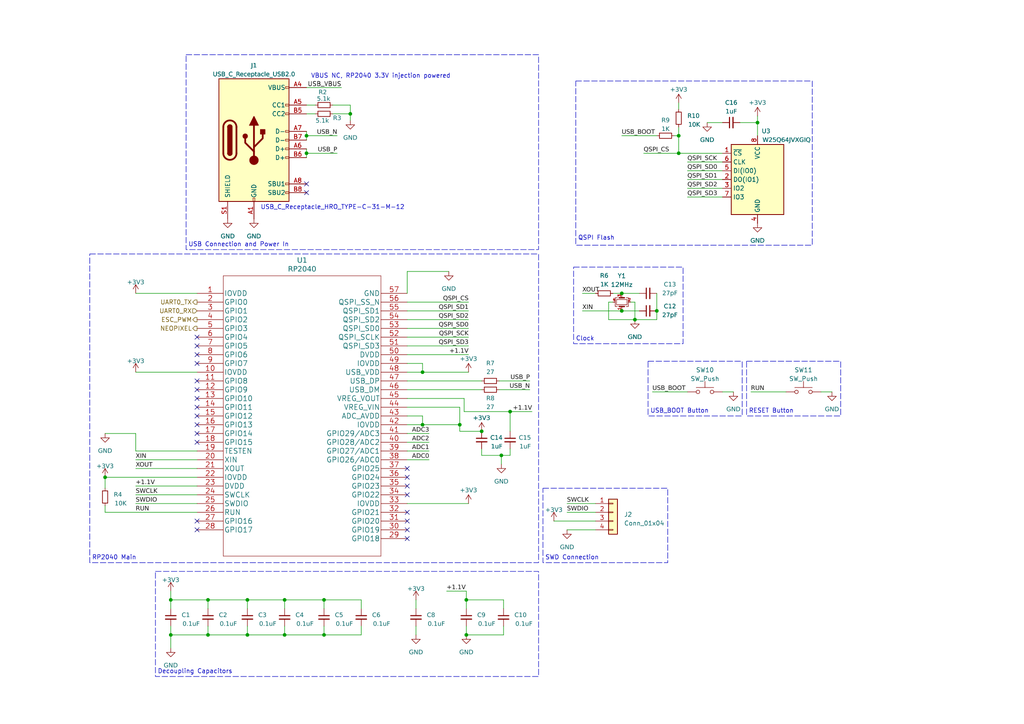
<source format=kicad_sch>
(kicad_sch (version 20230409) (generator eeschema)
  (paper "A4")
  (lib_symbols
    (symbol "2022-10-24_20-36-00:RP2040" (pin_names (offset 0.254))
      (property "Reference" "U" (at 30.48 10.16 0))
      (property "Value" "RP2040" (at 30.48 7.62 0))
      (symbol "RP2040_1_1"
        (polyline (pts (xy 7.62 -76.2) (xy 53.34 -76.2)) (stroke (width 0.127)))
        (polyline (pts (xy 7.62 5.08) (xy 7.62 -76.2)) (stroke (width 0.127)))
        (polyline (pts (xy 53.34 -76.2) (xy 53.34 5.08)) (stroke (width 0.127)))
        (polyline (pts (xy 53.34 5.08) (xy 7.62 5.08)) (stroke (width 0.127)))
        (pin power_in line (at 0 0 0) (length 7.62) (name "IOVDD") (number "1"))
        (pin power_in line (at 0 -22.86 0) (length 7.62) (name "IOVDD") (number "10"))
        (pin bidirectional line (at 0 -25.4 0) (length 7.62) (name "GPIO8") (number "11"))
        (pin bidirectional line (at 0 -27.94 0) (length 7.62) (name "GPIO9") (number "12"))
        (pin bidirectional line (at 0 -30.48 0) (length 7.62) (name "GPIO10") (number "13"))
        (pin bidirectional line (at 0 -33.02 0) (length 7.62) (name "GPIO11") (number "14"))
        (pin bidirectional line (at 0 -35.56 0) (length 7.62) (name "GPIO12") (number "15"))
        (pin bidirectional line (at 0 -38.1 0) (length 7.62) (name "GPIO13") (number "16"))
        (pin bidirectional line (at 0 -40.64 0) (length 7.62) (name "GPIO14") (number "17"))
        (pin bidirectional line (at 0 -43.18 0) (length 7.62) (name "GPIO15") (number "18"))
        (pin unspecified line (at 0 -45.72 0) (length 7.62) (name "TESTEN") (number "19"))
        (pin bidirectional line (at 0 -2.54 0) (length 7.62) (name "GPIO0") (number "2"))
        (pin unspecified line (at 0 -48.26 0) (length 7.62) (name "XIN") (number "20"))
        (pin output line (at 0 -50.8 0) (length 7.62) (name "XOUT") (number "21"))
        (pin power_in line (at 0 -53.34 0) (length 7.62) (name "IOVDD") (number "22"))
        (pin power_in line (at 0 -55.88 0) (length 7.62) (name "DVDD") (number "23"))
        (pin unspecified line (at 0 -58.42 0) (length 7.62) (name "SWCLK") (number "24"))
        (pin unspecified line (at 0 -60.96 0) (length 7.62) (name "SWDIO") (number "25"))
        (pin unspecified line (at 0 -63.5 0) (length 7.62) (name "RUN") (number "26"))
        (pin bidirectional line (at 0 -66.04 0) (length 7.62) (name "GPIO16") (number "27"))
        (pin bidirectional line (at 0 -68.58 0) (length 7.62) (name "GPIO17") (number "28"))
        (pin bidirectional line (at 60.96 -71.12 180) (length 7.62) (name "GPIO18") (number "29"))
        (pin bidirectional line (at 0 -5.08 0) (length 7.62) (name "GPIO1") (number "3"))
        (pin bidirectional line (at 60.96 -68.58 180) (length 7.62) (name "GPIO19") (number "30"))
        (pin bidirectional line (at 60.96 -66.04 180) (length 7.62) (name "GPIO20") (number "31"))
        (pin bidirectional line (at 60.96 -63.5 180) (length 7.62) (name "GPIO21") (number "32"))
        (pin power_in line (at 60.96 -60.96 180) (length 7.62) (name "IOVDD") (number "33"))
        (pin bidirectional line (at 60.96 -58.42 180) (length 7.62) (name "GPIO22") (number "34"))
        (pin bidirectional line (at 60.96 -55.88 180) (length 7.62) (name "GPIO23") (number "35"))
        (pin bidirectional line (at 60.96 -53.34 180) (length 7.62) (name "GPIO24") (number "36"))
        (pin bidirectional line (at 60.96 -50.8 180) (length 7.62) (name "GPIO25") (number "37"))
        (pin bidirectional line (at 60.96 -48.26 180) (length 7.62) (name "GPIO26/ADC0") (number "38"))
        (pin bidirectional line (at 60.96 -45.72 180) (length 7.62) (name "GPIO27/ADC1") (number "39"))
        (pin bidirectional line (at 0 -7.62 0) (length 7.62) (name "GPIO2") (number "4"))
        (pin bidirectional line (at 60.96 -43.18 180) (length 7.62) (name "GPIO28/ADC2") (number "40"))
        (pin bidirectional line (at 60.96 -40.64 180) (length 7.62) (name "GPIO29/ADC3") (number "41"))
        (pin power_in line (at 60.96 -38.1 180) (length 7.62) (name "IOVDD") (number "42"))
        (pin power_in line (at 60.96 -35.56 180) (length 7.62) (name "ADC_AVDD") (number "43"))
        (pin unspecified line (at 60.96 -33.02 180) (length 7.62) (name "VREG_VIN") (number "44"))
        (pin output line (at 60.96 -30.48 180) (length 7.62) (name "VREG_VOUT") (number "45"))
        (pin unspecified line (at 60.96 -27.94 180) (length 7.62) (name "USB_DM") (number "46"))
        (pin unspecified line (at 60.96 -25.4 180) (length 7.62) (name "USB_DP") (number "47"))
        (pin power_in line (at 60.96 -22.86 180) (length 7.62) (name "USB_VDD") (number "48"))
        (pin power_in line (at 60.96 -20.32 180) (length 7.62) (name "IOVDD") (number "49"))
        (pin bidirectional line (at 0 -10.16 0) (length 7.62) (name "GPIO3") (number "5"))
        (pin power_in line (at 60.96 -17.78 180) (length 7.62) (name "DVDD") (number "50"))
        (pin bidirectional line (at 60.96 -15.24 180) (length 7.62) (name "QSPI_SD3") (number "51"))
        (pin unspecified line (at 60.96 -12.7 180) (length 7.62) (name "QSPI_SCLK") (number "52"))
        (pin bidirectional line (at 60.96 -10.16 180) (length 7.62) (name "QSPI_SD0") (number "53"))
        (pin bidirectional line (at 60.96 -7.62 180) (length 7.62) (name "QSPI_SD2") (number "54"))
        (pin bidirectional line (at 60.96 -5.08 180) (length 7.62) (name "QSPI_SD1") (number "55"))
        (pin unspecified line (at 60.96 -2.54 180) (length 7.62) (name "QSPI_SS_N") (number "56"))
        (pin power_in line (at 60.96 0 180) (length 7.62) (name "GND") (number "57"))
        (pin bidirectional line (at 0 -12.7 0) (length 7.62) (name "GPIO4") (number "6"))
        (pin bidirectional line (at 0 -15.24 0) (length 7.62) (name "GPIO5") (number "7"))
        (pin bidirectional line (at 0 -17.78 0) (length 7.62) (name "GPIO6") (number "8"))
        (pin bidirectional line (at 0 -20.32 0) (length 7.62) (name "GPIO7") (number "9"))
      )
    )
    (symbol "Connector:USB_C_Receptacle_USB2.0" (pin_names (offset 1.016))
      (property "Reference" "J" (at -10.16 19.05 0))
      (property "Value" "USB_C_Receptacle_USB2.0" (at 19.05 19.05 0))
      (symbol "USB_C_Receptacle_USB2.0_0_0"
        (rectangle (start -0.254 -17.78) (end 0.254 -16.764))
        (rectangle (start 10.16 -14.986) (end 9.144 -15.494))
        (rectangle (start 10.16 -12.446) (end 9.144 -12.954))
        (rectangle (start 10.16 -4.826) (end 9.144 -5.334))
        (rectangle (start 10.16 -2.286) (end 9.144 -2.794))
        (rectangle (start 10.16 0.254) (end 9.144 -0.254))
        (rectangle (start 10.16 2.794) (end 9.144 2.286))
        (rectangle (start 10.16 7.874) (end 9.144 7.366))
        (rectangle (start 10.16 10.414) (end 9.144 9.906))
        (rectangle (start 10.16 15.494) (end 9.144 14.986))
      )
      (symbol "USB_C_Receptacle_USB2.0_0_1"
        (rectangle (start -10.16 17.78) (end 10.16 -17.78) (stroke (width 0.254)) (fill (type background)))
        (arc (start -8.89 -3.81) (mid -6.985 -5.7067) (end -5.08 -3.81) (stroke (width 0.508)))
        (arc (start -7.62 -3.81) (mid -6.985 -4.4423) (end -6.35 -3.81) (stroke (width 0.254)))
        (arc (start -7.62 -3.81) (mid -6.985 -4.4423) (end -6.35 -3.81) (stroke (width 0.254)) (fill (type outline)))
        (rectangle (start -7.62 -3.81) (end -6.35 3.81) (stroke (width 0.254)) (fill (type outline)))
        (arc (start -6.35 3.81) (mid -6.985 4.4423) (end -7.62 3.81) (stroke (width 0.254)))
        (arc (start -6.35 3.81) (mid -6.985 4.4423) (end -7.62 3.81) (stroke (width 0.254)) (fill (type outline)))
        (arc (start -5.08 3.81) (mid -6.985 5.7067) (end -8.89 3.81) (stroke (width 0.508)))
        (circle (center -2.54 1.143) (radius 0.635) (stroke (width 0.254)) (fill (type outline)))
        (circle (center 0 -5.842) (radius 1.27) (fill (type outline)))
        (polyline (pts (xy -8.89 -3.81) (xy -8.89 3.81)) (stroke (width 0.508)))
        (polyline (pts (xy -5.08 3.81) (xy -5.08 -3.81)) (stroke (width 0.508)))
        (polyline (pts (xy 0 -5.842) (xy 0 4.318)) (stroke (width 0.508)))
        (polyline (pts (xy 0 -3.302) (xy -2.54 -0.762) (xy -2.54 0.508)) (stroke (width 0.508)))
        (polyline (pts (xy 0 -2.032) (xy 2.54 0.508) (xy 2.54 1.778)) (stroke (width 0.508)))
        (polyline (pts (xy -1.27 4.318) (xy 0 6.858) (xy 1.27 4.318) (xy -1.27 4.318)) (stroke (width 0.254)) (fill (type outline)))
        (rectangle (start 1.905 1.778) (end 3.175 3.048) (stroke (width 0.254)) (fill (type outline)))
      )
      (symbol "USB_C_Receptacle_USB2.0_1_1"
        (pin passive line (at 0 -22.86 90) (length 5.08) (name "GND") (number "A1"))
        (pin passive line (at 0 -22.86 90) (length 5.08) hide (name "GND") (number "A12"))
        (pin passive line (at 15.24 15.24 180) (length 5.08) (name "VBUS") (number "A4"))
        (pin bidirectional line (at 15.24 10.16 180) (length 5.08) (name "CC1") (number "A5"))
        (pin bidirectional line (at 15.24 -2.54 180) (length 5.08) (name "D+") (number "A6"))
        (pin bidirectional line (at 15.24 2.54 180) (length 5.08) (name "D-") (number "A7"))
        (pin bidirectional line (at 15.24 -12.7 180) (length 5.08) (name "SBU1") (number "A8"))
        (pin passive line (at 15.24 15.24 180) (length 5.08) hide (name "VBUS") (number "A9"))
        (pin passive line (at 0 -22.86 90) (length 5.08) hide (name "GND") (number "B1"))
        (pin passive line (at 0 -22.86 90) (length 5.08) hide (name "GND") (number "B12"))
        (pin passive line (at 15.24 15.24 180) (length 5.08) hide (name "VBUS") (number "B4"))
        (pin bidirectional line (at 15.24 7.62 180) (length 5.08) (name "CC2") (number "B5"))
        (pin bidirectional line (at 15.24 -5.08 180) (length 5.08) (name "D+") (number "B6"))
        (pin bidirectional line (at 15.24 0 180) (length 5.08) (name "D-") (number "B7"))
        (pin bidirectional line (at 15.24 -15.24 180) (length 5.08) (name "SBU2") (number "B8"))
        (pin passive line (at 15.24 15.24 180) (length 5.08) hide (name "VBUS") (number "B9"))
        (pin passive line (at -7.62 -22.86 90) (length 5.08) (name "SHIELD") (number "S1"))
      )
    )
    (symbol "Connector_Generic:Conn_01x04" (pin_names (offset 1.016) hide)
      (property "Reference" "J" (at 0 5.08 0))
      (property "Value" "Conn_01x04" (at 0 -7.62 0))
      (symbol "Conn_01x04_1_1"
        (rectangle (start -1.27 -4.953) (end 0 -5.207) (stroke (width 0.1524)))
        (rectangle (start -1.27 -2.413) (end 0 -2.667) (stroke (width 0.1524)))
        (rectangle (start -1.27 0.127) (end 0 -0.127) (stroke (width 0.1524)))
        (rectangle (start -1.27 2.667) (end 0 2.413) (stroke (width 0.1524)))
        (rectangle (start -1.27 3.81) (end 1.27 -6.35) (stroke (width 0.254)) (fill (type background)))
        (pin passive line (at -5.08 2.54 0) (length 3.81) (name "Pin_1") (number "1"))
        (pin passive line (at -5.08 0 0) (length 3.81) (name "Pin_2") (number "2"))
        (pin passive line (at -5.08 -2.54 0) (length 3.81) (name "Pin_3") (number "3"))
        (pin passive line (at -5.08 -5.08 0) (length 3.81) (name "Pin_4") (number "4"))
      )
    )
    (symbol "Device:C_Small" (pin_numbers hide) (pin_names (offset 0.254) hide)
      (property "Reference" "C" (at 0.254 1.778 0))
      (property "Value" "C_Small" (at 0.254 -2.032 0))
      (symbol "C_Small_0_1"
        (polyline (pts (xy -1.524 -0.508) (xy 1.524 -0.508)) (stroke (width 0.3302)))
        (polyline (pts (xy -1.524 0.508) (xy 1.524 0.508)) (stroke (width 0.3048)))
      )
      (symbol "C_Small_1_1"
        (pin passive line (at 0 2.54 270) (length 2.032) (name "~") (number "1"))
        (pin passive line (at 0 -2.54 90) (length 2.032) (name "~") (number "2"))
      )
    )
    (symbol "Device:Crystal_GND24_Small" (pin_names (offset 1.016) hide)
      (property "Reference" "Y" (at 1.27 4.445 0))
      (property "Value" "Crystal_GND24_Small" (at 1.27 2.54 0))
      (symbol "Crystal_GND24_Small_0_1"
        (rectangle (start -0.762 -1.524) (end 0.762 1.524))
        (polyline (pts (xy -1.27 -0.762) (xy -1.27 0.762)) (stroke (width 0.381)))
        (polyline (pts (xy 1.27 -0.762) (xy 1.27 0.762)) (stroke (width 0.381)))
        (polyline (pts (xy -1.27 -1.27) (xy -1.27 -1.905) (xy 1.27 -1.905) (xy 1.27 -1.27)))
        (polyline (pts (xy -1.27 1.27) (xy -1.27 1.905) (xy 1.27 1.905) (xy 1.27 1.27)))
      )
      (symbol "Crystal_GND24_Small_1_1"
        (pin passive line (at -2.54 0 0) (length 1.27) (name "1") (number "1"))
        (pin passive line (at 0 -2.54 90) (length 0.635) (name "2") (number "2"))
        (pin passive line (at 2.54 0 180) (length 1.27) (name "3") (number "3"))
        (pin passive line (at 0 2.54 270) (length 0.635) (name "4") (number "4"))
      )
    )
    (symbol "Device:R_Small" (pin_numbers hide) (pin_names (offset 0.254) hide)
      (property "Reference" "R" (at 0.762 0.508 0))
      (property "Value" "R_Small" (at 0.762 -1.016 0))
      (symbol "R_Small_0_1"
        (rectangle (start -0.762 1.778) (end 0.762 -1.778) (stroke (width 0.2032)))
      )
      (symbol "R_Small_1_1"
        (pin passive line (at 0 2.54 270) (length 0.762) (name "~") (number "1"))
        (pin passive line (at 0 -2.54 90) (length 0.762) (name "~") (number "2"))
      )
    )
    (symbol "Memory_Flash:W25Q32JVSS"
      (property "Reference" "U" (at -6.35 11.43 0))
      (property "Value" "W25Q32JVSS" (at 7.62 11.43 0))
      (symbol "W25Q32JVSS_0_1"
        (rectangle (start -7.62 10.16) (end 7.62 -10.16) (stroke (width 0.254)) (fill (type background)))
      )
      (symbol "W25Q32JVSS_1_1"
        (pin input line (at -10.16 7.62 0) (length 2.54) (name "~{CS}") (number "1"))
        (pin bidirectional line (at -10.16 0 0) (length 2.54) (name "DO(IO1)") (number "2"))
        (pin bidirectional line (at -10.16 -2.54 0) (length 2.54) (name "IO2") (number "3"))
        (pin power_in line (at 0 -12.7 90) (length 2.54) (name "GND") (number "4"))
        (pin bidirectional line (at -10.16 2.54 0) (length 2.54) (name "DI(IO0)") (number "5"))
        (pin input line (at -10.16 5.08 0) (length 2.54) (name "CLK") (number "6"))
        (pin bidirectional line (at -10.16 -5.08 0) (length 2.54) (name "IO3") (number "7"))
        (pin power_in line (at 0 12.7 270) (length 2.54) (name "VCC") (number "8"))
      )
    )
    (symbol "PCM_4ms_Power-symbol:GND" (power) (pin_names (offset 0))
      (property "Value" "GND" (at 0 -3.81 0))
      (symbol "GND_0_1"
        (polyline (pts (xy 0 0) (xy 0 -1.27) (xy 1.27 -1.27) (xy 0 -2.54) (xy -1.27 -1.27) (xy 0 -1.27)))
      )
      (symbol "GND_1_1"
        (pin power_in line (at 0 0 270) (length 0) hide (name "GND") (number "1"))
      )
    )
    (symbol "Switch:SW_Push" (pin_numbers hide) (pin_names (offset 1.016) hide)
      (property "Reference" "SW" (at 1.27 2.54 0))
      (property "Value" "SW_Push" (at 0 -1.524 0))
      (symbol "SW_Push_0_1"
        (circle (center -2.032 0) (radius 0.508))
        (polyline (pts (xy 0 1.27) (xy 0 3.048)))
        (polyline (pts (xy 2.54 1.27) (xy -2.54 1.27)))
        (circle (center 2.032 0) (radius 0.508))
        (pin passive line (at -5.08 0 0) (length 2.54) (name "1") (number "1"))
        (pin passive line (at 5.08 0 180) (length 2.54) (name "2") (number "2"))
      )
    )
    (symbol "power:+3.3V" (power) (pin_names (offset 0))
      (property "Value" "+3.3V" (at 0 3.556 0))
      (symbol "+3.3V_0_1"
        (polyline (pts (xy -0.762 1.27) (xy 0 2.54)))
        (polyline (pts (xy 0 0) (xy 0 2.54)))
        (polyline (pts (xy 0 2.54) (xy 0.762 1.27)))
      )
      (symbol "+3.3V_1_1"
        (pin power_in line (at 0 0 90) (length 0) hide (name "+3.3V") (number "1"))
      )
    )
    (symbol "power:GND" (power) (pin_names (offset 0))
      (property "Value" "GND" (at 0 -3.81 0))
      (symbol "GND_0_1"
        (polyline (pts (xy 0 0) (xy 0 -1.27) (xy 1.27 -1.27) (xy 0 -2.54) (xy -1.27 -1.27) (xy 0 -1.27)))
      )
      (symbol "GND_1_1"
        (pin power_in line (at 0 0 270) (length 0) hide (name "GND") (number "1"))
      )
    )
  )
  (junction (at 82.55 173.99))
  (junction (at 101.6 33.02))
  (junction (at 196.85 39.37))
  (junction (at 49.53 184.15))
  (junction (at 139.7 125.095))
  (junction (at 93.98 173.99))
  (junction (at 88.9 39.37))
  (junction (at 88.9 44.45))
  (junction (at 82.55 184.15))
  (junction (at 190.5 90.17))
  (junction (at 71.755 184.15))
  (junction (at 196.85 44.45))
  (junction (at 71.755 173.99))
  (junction (at 122.555 123.19))
  (junction (at 30.48 138.43))
  (junction (at 180.34 90.17))
  (junction (at 219.71 35.56))
  (junction (at 135.255 184.15))
  (junction (at 184.15 92.71))
  (junction (at 60.325 184.15))
  (junction (at 133.35 123.19))
  (junction (at 60.325 173.99))
  (junction (at 147.955 119.38))
  (junction (at 122.555 107.95))
  (junction (at 135.255 173.99))
  (junction (at 49.53 173.99))
  (junction (at 93.98 184.15))
  (junction (at 145.415 132.08))
  (junction (at 180.34 85.09))
  (no_connect (at 118.11 148.59))
  (no_connect (at 57.15 120.65))
  (no_connect (at 118.11 143.51))
  (no_connect (at 118.11 140.97))
  (no_connect (at 57.15 128.27))
  (no_connect (at 88.9 53.34))
  (no_connect (at 118.11 138.43))
  (no_connect (at 57.15 105.41))
  (no_connect (at 57.15 118.11))
  (no_connect (at 57.15 113.03))
  (no_connect (at 118.11 156.21))
  (no_connect (at 57.15 115.57))
  (no_connect (at 88.9 55.88))
  (no_connect (at 118.11 151.13))
  (no_connect (at 57.15 100.33))
  (no_connect (at 57.15 125.73))
  (no_connect (at 118.11 153.67))
  (no_connect (at 57.15 110.49))
  (no_connect (at 57.15 151.13))
  (no_connect (at 57.15 97.79))
  (no_connect (at 57.15 123.19))
  (no_connect (at 57.15 102.87))
  (no_connect (at 57.15 153.67))
  (no_connect (at 118.11 135.89))
  (wire (pts (xy 147.955 132.08) (xy 147.955 130.175)))
  (wire (pts (xy 134.62 119.38) (xy 147.955 119.38)))
  (wire (pts (xy 88.9 39.37) (xy 97.79 39.37)))
  (wire (pts (xy 93.98 173.99) (xy 104.775 173.99)))
  (wire (pts (xy 180.34 39.37) (xy 190.5 39.37)))
  (wire (pts (xy 82.55 181.61) (xy 82.55 184.15)))
  (wire (pts (xy 180.34 90.17) (xy 185.42 90.17)))
  (wire (pts (xy 168.91 85.09) (xy 172.72 85.09)))
  (wire (pts (xy 82.55 173.99) (xy 82.55 176.53)))
  (wire (pts (xy 145.415 132.08) (xy 147.955 132.08)))
  (wire (pts (xy 135.255 184.15) (xy 146.05 184.15)))
  (wire (pts (xy 39.37 140.97) (xy 57.15 140.97)))
  (wire (pts (xy 88.9 30.48) (xy 91.44 30.48)))
  (wire (pts (xy 39.37 143.51) (xy 57.15 143.51)))
  (wire (pts (xy 135.255 173.99) (xy 146.05 173.99)))
  (wire (pts (xy 49.53 171.45) (xy 49.53 173.99)))
  (wire (pts (xy 71.755 181.61) (xy 71.755 184.15)))
  (wire (pts (xy 39.37 130.81) (xy 39.37 125.73)))
  (wire (pts (xy 135.89 146.05) (xy 118.11 146.05)))
  (wire (pts (xy 118.11 120.65) (xy 122.555 120.65)))
  (wire (pts (xy 199.39 52.07) (xy 209.55 52.07)))
  (wire (pts (xy 118.11 115.57) (xy 134.62 115.57)))
  (wire (pts (xy 144.78 113.03) (xy 153.67 113.03)))
  (wire (pts (xy 60.325 173.99) (xy 60.325 176.53)))
  (wire (pts (xy 88.9 38.1) (xy 88.9 39.37)))
  (wire (pts (xy 122.555 120.65) (xy 122.555 123.19)))
  (wire (pts (xy 196.85 44.45) (xy 209.55 44.45)))
  (wire (pts (xy 60.325 181.61) (xy 60.325 184.15)))
  (wire (pts (xy 120.65 173.99) (xy 120.65 176.53)))
  (wire (pts (xy 122.555 105.41) (xy 122.555 107.95)))
  (wire (pts (xy 101.6 30.48) (xy 101.6 33.02)))
  (wire (pts (xy 190.5 92.71) (xy 190.5 90.17)))
  (wire (pts (xy 122.555 123.19) (xy 133.35 123.19)))
  (wire (pts (xy 122.555 107.95) (xy 118.11 107.95)))
  (wire (pts (xy 199.39 57.15) (xy 209.55 57.15)))
  (wire (pts (xy 88.9 43.18) (xy 88.9 44.45)))
  (wire (pts (xy 71.755 184.15) (xy 82.55 184.15)))
  (wire (pts (xy 182.88 87.63) (xy 184.15 87.63)))
  (wire (pts (xy 135.89 92.71) (xy 118.11 92.71)))
  (wire (pts (xy 57.15 130.81) (xy 39.37 130.81)))
  (wire (pts (xy 160.655 151.13) (xy 172.72 151.13)))
  (wire (pts (xy 104.775 173.99) (xy 104.775 176.53)))
  (wire (pts (xy 176.53 87.63) (xy 177.8 87.63)))
  (wire (pts (xy 133.35 118.11) (xy 133.35 123.19)))
  (wire (pts (xy 189.23 113.665) (xy 199.39 113.665)))
  (wire (pts (xy 133.35 125.095) (xy 139.7 125.095)))
  (wire (pts (xy 39.37 133.35) (xy 57.15 133.35)))
  (wire (pts (xy 30.48 146.685) (xy 30.48 148.59)))
  (wire (pts (xy 118.11 118.11) (xy 133.35 118.11)))
  (wire (pts (xy 135.89 95.25) (xy 118.11 95.25)))
  (wire (pts (xy 147.955 119.38) (xy 147.955 125.095)))
  (wire (pts (xy 88.9 44.45) (xy 97.79 44.45)))
  (wire (pts (xy 71.755 173.99) (xy 71.755 176.53)))
  (wire (pts (xy 129.54 171.45) (xy 135.255 171.45)))
  (wire (pts (xy 217.805 113.665) (xy 227.965 113.665)))
  (wire (pts (xy 190.5 85.09) (xy 190.5 90.17)))
  (wire (pts (xy 135.89 102.87) (xy 118.11 102.87)))
  (wire (pts (xy 164.465 148.59) (xy 172.72 148.59)))
  (wire (pts (xy 135.255 171.45) (xy 135.255 173.99)))
  (wire (pts (xy 39.37 125.73) (xy 30.48 125.73)))
  (wire (pts (xy 39.37 135.89) (xy 57.15 135.89)))
  (wire (pts (xy 39.37 107.95) (xy 57.15 107.95)))
  (wire (pts (xy 30.48 138.43) (xy 57.15 138.43)))
  (wire (pts (xy 205.105 35.56) (xy 209.55 35.56)))
  (wire (pts (xy 49.53 173.99) (xy 49.53 176.53)))
  (wire (pts (xy 71.755 173.99) (xy 82.55 173.99)))
  (wire (pts (xy 133.35 123.19) (xy 133.35 125.095)))
  (wire (pts (xy 209.55 113.665) (xy 212.725 113.665)))
  (wire (pts (xy 164.465 146.05) (xy 172.72 146.05)))
  (wire (pts (xy 145.415 132.08) (xy 145.415 134.62)))
  (wire (pts (xy 60.325 173.99) (xy 71.755 173.99)))
  (wire (pts (xy 39.37 85.09) (xy 57.15 85.09)))
  (wire (pts (xy 88.9 39.37) (xy 88.9 40.64)))
  (wire (pts (xy 135.255 173.99) (xy 135.255 176.53)))
  (wire (pts (xy 196.85 39.37) (xy 196.85 44.45)))
  (wire (pts (xy 49.53 181.61) (xy 49.53 184.15)))
  (wire (pts (xy 30.48 138.43) (xy 30.48 141.605)))
  (wire (pts (xy 144.78 110.49) (xy 153.67 110.49)))
  (wire (pts (xy 199.39 49.53) (xy 209.55 49.53)))
  (wire (pts (xy 96.52 33.02) (xy 101.6 33.02)))
  (wire (pts (xy 135.89 100.33) (xy 118.11 100.33)))
  (wire (pts (xy 135.89 87.63) (xy 118.11 87.63)))
  (wire (pts (xy 180.34 85.09) (xy 185.42 85.09)))
  (wire (pts (xy 30.48 148.59) (xy 57.15 148.59)))
  (wire (pts (xy 199.39 46.99) (xy 209.55 46.99)))
  (wire (pts (xy 93.98 173.99) (xy 93.98 176.53)))
  (wire (pts (xy 122.555 123.19) (xy 118.11 123.19)))
  (wire (pts (xy 134.62 115.57) (xy 134.62 119.38)))
  (wire (pts (xy 118.11 113.03) (xy 139.7 113.03)))
  (wire (pts (xy 214.63 35.56) (xy 219.71 35.56)))
  (wire (pts (xy 104.775 181.61) (xy 104.775 184.15)))
  (wire (pts (xy 88.9 33.02) (xy 91.44 33.02)))
  (wire (pts (xy 118.11 133.35) (xy 124.46 133.35)))
  (wire (pts (xy 39.37 146.05) (xy 57.15 146.05)))
  (wire (pts (xy 186.69 44.45) (xy 196.85 44.45)))
  (wire (pts (xy 168.91 90.17) (xy 180.34 90.17)))
  (wire (pts (xy 118.11 105.41) (xy 122.555 105.41)))
  (wire (pts (xy 196.85 29.845) (xy 196.85 31.75)))
  (wire (pts (xy 135.89 97.79) (xy 118.11 97.79)))
  (wire (pts (xy 146.05 173.99) (xy 146.05 176.53)))
  (wire (pts (xy 118.11 110.49) (xy 139.7 110.49)))
  (wire (pts (xy 118.11 78.74) (xy 118.11 85.09)))
  (wire (pts (xy 177.8 85.09) (xy 180.34 85.09)))
  (wire (pts (xy 130.175 78.74) (xy 118.11 78.74)))
  (wire (pts (xy 164.465 153.67) (xy 172.72 153.67)))
  (wire (pts (xy 49.53 184.15) (xy 49.53 187.96)))
  (wire (pts (xy 118.11 130.81) (xy 124.46 130.81)))
  (wire (pts (xy 219.71 35.56) (xy 219.71 33.655)))
  (wire (pts (xy 184.15 87.63) (xy 184.15 92.71)))
  (wire (pts (xy 184.15 92.71) (xy 190.5 92.71)))
  (wire (pts (xy 101.6 33.02) (xy 101.6 34.925)))
  (wire (pts (xy 135.255 181.61) (xy 135.255 184.15)))
  (wire (pts (xy 120.65 181.61) (xy 120.65 184.15)))
  (wire (pts (xy 49.53 173.99) (xy 60.325 173.99)))
  (wire (pts (xy 196.85 36.83) (xy 196.85 39.37)))
  (wire (pts (xy 88.9 25.4) (xy 99.06 25.4)))
  (wire (pts (xy 176.53 92.71) (xy 184.15 92.71)))
  (wire (pts (xy 199.39 54.61) (xy 209.55 54.61)))
  (wire (pts (xy 82.55 173.99) (xy 93.98 173.99)))
  (wire (pts (xy 93.98 184.15) (xy 104.775 184.15)))
  (wire (pts (xy 93.98 181.61) (xy 93.98 184.15)))
  (wire (pts (xy 118.11 128.27) (xy 124.46 128.27)))
  (wire (pts (xy 96.52 30.48) (xy 101.6 30.48)))
  (wire (pts (xy 195.58 39.37) (xy 196.85 39.37)))
  (wire (pts (xy 60.325 184.15) (xy 71.755 184.15)))
  (wire (pts (xy 82.55 184.15) (xy 93.98 184.15)))
  (wire (pts (xy 118.11 125.73) (xy 124.46 125.73)))
  (wire (pts (xy 176.53 87.63) (xy 176.53 92.71)))
  (wire (pts (xy 147.955 119.38) (xy 154.305 119.38)))
  (wire (pts (xy 146.05 184.15) (xy 146.05 181.61)))
  (wire (pts (xy 88.9 44.45) (xy 88.9 45.72)))
  (wire (pts (xy 135.89 107.95) (xy 122.555 107.95)))
  (wire (pts (xy 139.7 130.175) (xy 139.7 132.08)))
  (wire (pts (xy 238.125 113.665) (xy 241.3 113.665)))
  (wire (pts (xy 219.71 35.56) (xy 219.71 39.37)))
  (wire (pts (xy 139.7 132.08) (xy 145.415 132.08)))
  (wire (pts (xy 49.53 184.15) (xy 60.325 184.15)))
  (wire (pts (xy 135.89 90.17) (xy 118.11 90.17)))
  (rectangle (start 53.975 15.875) (end 156.21 72.39) (stroke (width 0) (type dash)))
  (rectangle (start 187.96 104.775) (end 215.265 120.65) (stroke (width 0) (type dash)))
  (rectangle (start 216.535 104.775) (end 243.84 120.65) (stroke (width 0) (type dash)))
  (rectangle (start 157.48 141.605) (end 193.675 163.195) (stroke (width 0) (type dash)))
  (rectangle (start 26.035 73.66) (end 156.21 163.195) (stroke (width 0) (type dash)))
  (rectangle (start 45.085 165.735) (end 156.21 196.215) (stroke (width 0) (type dash)))
  (rectangle (start 166.37 77.47) (end 198.12 99.695) (stroke (width 0) (type dash)))
  (rectangle (start 167.005 23.495) (end 235.585 71.12) (stroke (width 0) (type dash)))
  (text "Clock" (at 167.005 99.06 0) (effects (font (size 1.27 1.27)) (justify left bottom)))
  (text "USB Connection and Power In" (at 54.61 71.755 0) (effects (font (size 1.27 1.27)) (justify left bottom)))
  (text "RP2040 Main" (at 26.67 162.56 0) (effects (font (size 1.27 1.27)) (justify left bottom)))
  (text "RESET Button\n" (at 217.17 120.015 0) (effects (font (size 1.27 1.27)) (justify left bottom)))
  (text "USB_BOOT Button\n" (at 188.595 120.015 0) (effects (font (size 1.27 1.27)) (justify left bottom)))
  (text "QSPI Flash" (at 167.64 69.85 0) (effects (font (size 1.27 1.27)) (justify left bottom)))
  (text "SWD Connection" (at 158.115 162.56 0) (effects (font (size 1.27 1.27)) (justify left bottom)))
  (text "Decoupling Capacitors" (at 45.72 195.58 0) (effects (font (size 1.27 1.27)) (justify left bottom)))
  (text "USB_C_Receptacle_HRO_TYPE-C-31-M-12" (at 75.565 60.96 0) (effects (font (size 1.27 1.27)) (justify left bottom)))
  (text "VBUS NC, RP2040 3.3V injection powered" (at 90.17 22.86 0) (effects (font (size 1.27 1.27)) (justify left bottom)))
  (label "USB_P" (at 97.79 44.45 180))
  (label "+1.1V" (at 129.54 171.45 0))
  (label "USB_N" (at 153.67 113.03 180))
  (label "XIN" (at 39.37 133.35 0))
  (label "QSPI_SD1" (at 199.39 52.07 0))
  (label "USB_VBUS" (at 99.06 25.4 180))
  (label "QSPI_SCK" (at 135.89 97.79 180))
  (label "QSPI_SD3" (at 135.89 100.33 180))
  (label "QSPI_CS" (at 135.89 87.63 180))
  (label "QSPI_SD1" (at 135.89 90.17 180))
  (label "+1.1V" (at 39.37 140.97 0))
  (label "USB_BOOT" (at 180.34 39.37 0))
  (label "RUN" (at 217.805 113.665 0))
  (label "XOUT" (at 39.37 135.89 0))
  (label "XOUT" (at 168.91 85.09 0))
  (label "ADC2" (at 124.46 128.27 180))
  (label "QSPI_SCK" (at 199.39 46.99 0))
  (label "QSPI_SD0" (at 199.39 49.53 0))
  (label "ADC1" (at 124.46 130.81 180))
  (label "SWCLK" (at 39.37 143.51 0))
  (label "+1.1V" (at 135.89 102.87 180))
  (label "SWDIO" (at 164.465 148.59 0))
  (label "+1.1V" (at 154.305 119.38 180))
  (label "XIN" (at 168.91 90.17 0))
  (label "USB_P" (at 153.67 110.49 180))
  (label "SWDIO" (at 39.37 146.05 0))
  (label "ADC0" (at 124.46 133.35 180))
  (label "QSPI_SD3" (at 199.39 57.15 0))
  (label "QSPI_SD2" (at 199.39 54.61 0))
  (label "SWCLK" (at 164.465 146.05 0))
  (label "QSPI_SD0" (at 135.89 95.25 180))
  (label "USB_BOOT" (at 189.23 113.665 0))
  (label "QSPI_SD2" (at 135.89 92.71 180))
  (label "QSPI_CS" (at 186.69 44.45 0))
  (label "RUN" (at 39.37 148.59 0))
  (label "USB_N" (at 97.79 39.37 180))
  (label "ADC3" (at 124.46 125.73 180))
  (hierarchical_label "UART0_TX" (shape output) (at 57.15 87.63 180))
  (hierarchical_label "ESC_PWM" (shape output) (at 57.15 92.71 180))
  (hierarchical_label "NEOPIXEL" (shape output) (at 57.15 95.25 180))
  (hierarchical_label "UART0_RX" (shape input) (at 57.15 90.17 180))
  (symbol (lib_id "power:GND") (at 120.65 184.15 0) (unit 1)
    (property "Reference" "#PWR015" (effects hide))
    (property "Value" "GND" (at 120.65 189.23 0))
    (instances (project "rp2040_keyboard" (path "" (reference "#PWR015") (unit 1))) (project "rp2040_base" (path "" (reference "#PWR011") (unit 1))) (project "stesc" (path "" (reference "#PWR011") (unit 1)) (path "" (reference "#PWR011") (unit 1))))
  )
  (symbol (lib_id "PCM_4ms_Power-symbol:GND") (at 219.71 64.77 0) (unit 1)
    (property "Reference" "#PWR0102" (effects hide))
    (property "Value" "GND" (at 219.71 69.85 0))
    (instances (project "rp2040_keyboard" (path "" (reference "#PWR0102") (unit 1))) (project "rp2040_base" (path "" (reference "#PWR025") (unit 1))) (project "stesc" (path "" (reference "#PWR025") (unit 1)) (path "" (reference "#PWR025") (unit 1))))
  )
  (symbol (lib_id "Device:Crystal_GND24_Small") (at 180.34 87.63 90) (unit 1)
    (property "Reference" "Y1" (at 180.34 80.01 90))
    (property "Value" "12MHz" (at 180.34 82.55 90))
    (property "Footprint" "Crystal:Crystal_SMD_2016-4Pin_2.0x1.6mm" (effects hide))
  )
  (symbol (lib_id "Device:R_Small") (at 196.85 34.29 180) (unit 1)
    (property "Reference" "R10" (at 199.39 33.655 0) (effects (justify right)))
    (property "Value" "10K" (at 199.39 36.195 0) (effects (justify right)))
    (property "Footprint" "Resistor_SMD:R_0402_1005Metric" (effects hide))
    (instances (project "rp2040_keyboard" (path "" (reference "R10") (unit 1))) (project "rp2040_base" (path "" (reference "R8") (unit 1))) (project "stesc" (path "" (reference "R8") (unit 1)) (path "" (reference "R8") (unit 1))))
  )
  (symbol (lib_id "PCM_4ms_Power-symbol:GND") (at 205.105 35.56 0) (unit 1)
    (property "Reference" "#PWR027" (effects hide))
    (property "Value" "GND" (at 205.105 40.64 0))
    (instances (project "rp2040_keyboard" (path "" (reference "#PWR027") (unit 1))) (project "rp2040_base" (path "" (reference "#PWR023") (unit 1))) (project "stesc" (path "" (reference "#PWR023") (unit 1)) (path "" (reference "#PWR023") (unit 1))))
  )
  (symbol (lib_id "power:GND") (at 49.53 187.96 0) (unit 1)
    (property "Reference" "#PWR02" (effects hide))
    (property "Value" "GND" (at 49.53 193.04 0))
    (instances (project "rp2040_keyboard" (path "" (reference "#PWR02") (unit 1))) (project "rp2040_base" (path "" (reference "#PWR06") (unit 1))) (project "stesc" (path "" (reference "#PWR06") (unit 1)) (path "" (reference "#PWR06") (unit 1))))
  )
  (symbol (lib_id "PCM_4ms_Power-symbol:GND") (at 30.48 125.73 0) (unit 1)
    (property "Reference" "#PWR09" (effects hide))
    (property "Value" "GND" (at 30.48 130.81 0))
    (instances (project "rp2040_keyboard" (path "" (reference "#PWR09") (unit 1))) (project "rp2040_base" (path "" (reference "#PWR01") (unit 1))) (project "stesc" (path "" (reference "#PWR01") (unit 1)) (path "" (reference "#PWR01") (unit 1))))
  )
  (symbol (lib_id "Device:C_Small") (at 71.755 179.07 0) (unit 1)
    (property "Reference" "C3" (at 74.93 178.4413 0) (effects (justify left)))
    (property "Value" "0.1uF" (at 74.93 180.9813 0) (effects (justify left)))
    (property "Footprint" "Capacitor_SMD:C_0402_1005Metric" (effects hide))
  )
  (symbol (lib_id "power:+3.3V") (at 219.71 33.655 0) (unit 1)
    (property "Reference" "#PWR028" (effects hide))
    (property "Value" "+3V3" (at 219.71 29.845 0))
    (instances (project "rp2040_keyboard" (path "" (reference "#PWR028") (unit 1))) (project "rp2040_base" (path "" (reference "#PWR024") (unit 1))) (project "stesc" (path "" (reference "#PWR024") (unit 1)) (path "" (reference "#PWR024") (unit 1))))
  )
  (symbol (lib_id "PCM_4ms_Power-symbol:GND") (at 145.415 134.62 0) (unit 1)
    (property "Reference" "#PWR025" (effects hide))
    (property "Value" "GND" (at 145.415 139.7 0))
    (instances (project "rp2040_keyboard" (path "" (reference "#PWR025") (unit 1))) (project "rp2040_base" (path "" (reference "#PWR017") (unit 1))) (project "stesc" (path "" (reference "#PWR017") (unit 1)) (path "" (reference "#PWR017") (unit 1))))
  )
  (symbol (lib_id "power:GND") (at 164.465 153.67 0) (unit 1)
    (property "Reference" "#PWR04" (effects hide))
    (property "Value" "GND" (at 164.465 158.75 0))
    (instances (project "rp2040_keyboard" (path "" (reference "#PWR04") (unit 1))) (project "rp2040_base" (path "" (reference "#PWR019") (unit 1))) (project "stesc" (path "" (reference "#PWR019") (unit 1)) (path "" (reference "#PWR019") (unit 1))))
  )
  (symbol (lib_id "Device:R_Small") (at 142.24 110.49 90) (unit 1)
    (property "Reference" "R7" (at 142.24 105.41 90))
    (property "Value" "27" (at 142.24 107.95 90))
    (property "Footprint" "Resistor_SMD:R_0603_1608Metric" (effects hide))
    (instances (project "rp2040_keyboard" (path "" (reference "R7") (unit 1))) (project "rp2040_base" (path "" (reference "R4") (unit 1))) (project "stesc" (path "" (reference "R4") (unit 1)) (path "" (reference "R4") (unit 1))))
  )
  (symbol (lib_id "power:GND") (at 135.255 184.15 0) (unit 1)
    (property "Reference" "#PWR016" (effects hide))
    (property "Value" "GND" (at 135.255 189.23 0))
    (instances (project "rp2040_keyboard" (path "" (reference "#PWR016") (unit 1))) (project "rp2040_base" (path "" (reference "#PWR013") (unit 1))) (project "stesc" (path "" (reference "#PWR013") (unit 1)) (path "" (reference "#PWR013") (unit 1))))
  )
  (symbol (lib_id "Connector_Generic:Conn_01x04") (at 177.8 148.59 0) (unit 1)
    (property "Reference" "J2" (at 180.975 149.225 0) (effects (justify left)))
    (property "Value" "Conn_01x04" (at 180.975 151.765 0) (effects (justify left)))
    (property "Footprint" "Connector_PinHeader_2.54mm:PinHeader_1x04_P2.54mm_Vertical" (effects hide))
  )
  (symbol (lib_id "Device:C_Small") (at 135.255 179.07 0) (unit 1)
    (property "Reference" "C9" (at 138.43 178.4413 0) (effects (justify left)))
    (property "Value" "0.1uF" (at 138.43 180.9813 0) (effects (justify left)))
    (property "Footprint" "Capacitor_SMD:C_0402_1005Metric" (effects hide))
    (instances (project "rp2040_keyboard" (path "" (reference "C9") (unit 1))) (project "rp2040_base" (path "" (reference "C8") (unit 1))) (project "stesc" (path "" (reference "C8") (unit 1)) (path "" (reference "C8") (unit 1))))
  )
  (symbol (lib_id "Device:C_Small") (at 49.53 179.07 0) (unit 1)
    (property "Reference" "C1" (at 52.705 178.4413 0) (effects (justify left)))
    (property "Value" "0.1uF" (at 52.705 180.9813 0) (effects (justify left)))
    (property "Footprint" "Capacitor_SMD:C_0402_1005Metric" (effects hide))
  )
  (symbol (lib_id "power:GND") (at 101.6 34.925 0) (unit 1)
    (property "Reference" "#PWR08" (effects hide))
    (property "Value" "GND" (at 101.6 40.005 0))
    (instances (project "rp2040_keyboard" (path "" (reference "#PWR08") (unit 1))) (project "rp2040_base" (path "" (reference "#PWR09") (unit 1))) (project "stesc" (path "" (reference "#PWR09") (unit 1)) (path "" (reference "#PWR09") (unit 1))))
  )
  (symbol (lib_id "2022-10-24_20-36-00:RP2040") (at 57.15 85.09 0) (unit 1)
    (property "Reference" "U1" (at 87.63 75.565 0) (effects (font (size 1.524 1.524))))
    (property "Value" "RP2040" (at 87.63 78.105 0) (effects (font (size 1.524 1.524))))
    (property "Footprint" "Package_DFN_QFN:QFN-56-1EP_7x7mm_P0.4mm_EP3.2x3.2mm_ThermalVias" (effects hide))
  )
  (symbol (lib_id "power:GND") (at 73.66 63.5 0) (unit 1)
    (property "Reference" "#PWR07" (effects hide))
    (property "Value" "GND" (at 73.66 68.58 0))
    (instances (project "rp2040_keyboard" (path "" (reference "#PWR07") (unit 1))) (project "rp2040_base" (path "" (reference "#PWR08") (unit 1))) (project "stesc" (path "" (reference "#PWR08") (unit 1)) (path "" (reference "#PWR08") (unit 1))))
  )
  (symbol (lib_id "Connector:USB_C_Receptacle_USB2.0") (at 73.66 40.64 0) (unit 1)
    (property "Reference" "J1" (at 73.66 19.05 0))
    (property "Value" "USB_C_Receptacle_USB2.0" (at 73.66 21.59 0))
    (property "Footprint" "Connector_USB:USB_C_Receptacle_HRO_TYPE-C-31-M-12" (effects hide))
    (property "Datasheet" "https://www.usb.org/sites/default/files/documents/usb_type-c.zip" (effects hide))
  )
  (symbol (lib_id "Device:C_Small") (at 120.65 179.07 0) (unit 1)
    (property "Reference" "C8" (at 123.825 178.4413 0) (effects (justify left)))
    (property "Value" "0.1uF" (at 123.825 180.9813 0) (effects (justify left)))
    (property "Footprint" "Capacitor_SMD:C_0402_1005Metric" (effects hide))
    (instances (project "rp2040_keyboard" (path "" (reference "C8") (unit 1))) (project "rp2040_base" (path "" (reference "C7") (unit 1))) (project "stesc" (path "" (reference "C7") (unit 1)) (path "" (reference "C7") (unit 1))))
  )
  (symbol (lib_id "Device:R_Small") (at 142.24 113.03 270) (unit 1)
    (property "Reference" "R8" (at 142.24 115.57 90))
    (property "Value" "27" (at 142.24 118.11 90))
    (property "Footprint" "Resistor_SMD:R_0603_1608Metric" (effects hide))
    (instances (project "rp2040_keyboard" (path "" (reference "R8") (unit 1))) (project "rp2040_base" (path "" (reference "R5") (unit 1))) (project "stesc" (path "" (reference "R5") (unit 1)) (path "" (reference "R5") (unit 1))))
  )
  (symbol (lib_id "Device:C_Small") (at 60.325 179.07 0) (unit 1)
    (property "Reference" "C2" (at 63.5 178.4413 0) (effects (justify left)))
    (property "Value" "0.1uF" (at 63.5 180.9813 0) (effects (justify left)))
    (property "Footprint" "Capacitor_SMD:C_0402_1005Metric" (effects hide))
  )
  (symbol (lib_id "Device:C_Small") (at 82.55 179.07 0) (unit 1)
    (property "Reference" "C4" (at 85.725 178.4413 0) (effects (justify left)))
    (property "Value" "0.1uF" (at 85.725 180.9813 0) (effects (justify left)))
    (property "Footprint" "Capacitor_SMD:C_0402_1005Metric" (effects hide))
  )
  (symbol (lib_id "power:+3.3V") (at 135.89 107.95 0) (unit 1)
    (property "Reference" "#PWR022" (effects hide))
    (property "Value" "+3V3" (at 135.89 104.14 0))
    (instances (project "rp2040_keyboard" (path "" (reference "#PWR022") (unit 1))) (project "rp2040_base" (path "" (reference "#PWR014") (unit 1))) (project "stesc" (path "" (reference "#PWR014") (unit 1)) (path "" (reference "#PWR014") (unit 1))))
  )
  (symbol (lib_id "PCM_4ms_Power-symbol:GND") (at 241.3 113.665 0) (unit 1)
    (property "Reference" "#PWR029" (effects hide))
    (property "Value" "GND" (at 241.3 118.745 0))
    (instances (project "rp2040_keyboard" (path "" (reference "#PWR029") (unit 1))) (project "rp2040_base" (path "" (reference "#PWR026") (unit 1))) (project "stesc" (path "" (reference "#PWR026") (unit 1)) (path "" (reference "#PWR026") (unit 1))))
  )
  (symbol (lib_id "power:GND") (at 184.15 92.71 0) (unit 1)
    (property "Reference" "#PWR019" (effects hide))
    (property "Value" "GND" (at 184.15 97.79 0))
    (instances (project "rp2040_keyboard" (path "" (reference "#PWR019") (unit 1))) (project "rp2040_base" (path "" (reference "#PWR020") (unit 1))) (project "stesc" (path "" (reference "#PWR020") (unit 1)) (path "" (reference "#PWR020") (unit 1))))
  )
  (symbol (lib_id "power:+3.3V") (at 39.37 85.09 0) (unit 1)
    (property "Reference" "#PWR011" (effects hide))
    (property "Value" "+3V3" (at 39.37 81.915 0))
    (instances (project "rp2040_keyboard" (path "" (reference "#PWR011") (unit 1))) (project "rp2040_base" (path "" (reference "#PWR03") (unit 1))) (project "stesc" (path "" (reference "#PWR03") (unit 1)) (path "" (reference "#PWR03") (unit 1))))
  )
  (symbol (lib_id "Device:R_Small") (at 93.98 30.48 90) (unit 1)
    (property "Reference" "R2" (at 93.599 26.797 90))
    (property "Value" "5.1k" (at 93.853 28.702 90))
    (property "Footprint" "Resistor_SMD:R_0402_1005Metric" (effects hide))
  )
  (symbol (lib_id "PCM_4ms_Power-symbol:GND") (at 130.175 78.74 0) (unit 1)
    (property "Reference" "#PWR021" (effects hide))
    (property "Value" "GND" (at 130.175 83.82 0))
    (instances (project "rp2040_keyboard" (path "" (reference "#PWR021") (unit 1))) (project "rp2040_base" (path "" (reference "#PWR012") (unit 1))) (project "stesc" (path "" (reference "#PWR012") (unit 1)) (path "" (reference "#PWR012") (unit 1))))
  )
  (symbol (lib_id "power:+3.3V") (at 49.53 171.45 0) (unit 1)
    (property "Reference" "#PWR01" (effects hide))
    (property "Value" "+3V3" (at 49.53 168.275 0))
    (instances (project "rp2040_keyboard" (path "" (reference "#PWR01") (unit 1))) (project "rp2040_base" (path "" (reference "#PWR05") (unit 1))) (project "stesc" (path "" (reference "#PWR05") (unit 1)) (path "" (reference "#PWR05") (unit 1))))
  )
  (symbol (lib_id "Device:C_Small") (at 104.775 179.07 0) (unit 1)
    (property "Reference" "C6" (at 107.95 178.4413 0) (effects (justify left)))
    (property "Value" "0.1uF" (at 107.95 180.9813 0) (effects (justify left)))
    (property "Footprint" "Capacitor_SMD:C_0402_1005Metric" (effects hide))
  )
  (symbol (lib_id "Device:R_Small") (at 93.98 33.02 90) (unit 1)
    (property "Reference" "R3" (at 97.79 34.29 90))
    (property "Value" "5.1k" (at 93.472 35.052 90))
    (property "Footprint" "Resistor_SMD:R_0402_1005Metric" (effects hide))
  )
  (symbol (lib_id "power:+3.3V") (at 160.655 151.13 0) (unit 1)
    (property "Reference" "#PWR03" (effects hide))
    (property "Value" "+3V3" (at 160.655 147.955 0))
    (instances (project "rp2040_keyboard" (path "" (reference "#PWR03") (unit 1))) (project "rp2040_base" (path "" (reference "#PWR018") (unit 1))) (project "stesc" (path "" (reference "#PWR018") (unit 1)) (path "" (reference "#PWR018") (unit 1))))
  )
  (symbol (lib_id "Device:R_Small") (at 175.26 85.09 90) (unit 1)
    (property "Reference" "R6" (at 175.26 80.01 90))
    (property "Value" "1K" (at 175.26 82.55 90))
    (property "Footprint" "Resistor_SMD:R_0402_1005Metric" (effects hide))
  )
  (symbol (lib_id "Memory_Flash:W25Q32JVSS") (at 219.71 52.07 0) (unit 1)
    (property "Reference" "U3" (at 220.98 38.1 0) (effects (justify left)))
    (property "Value" "W25Q64JVXGIQ" (at 220.98 40.64 0) (effects (justify left)))
    (property "Footprint" "W25Q64JVXGIQ:DFN_XGIQ TR_WIN-M" (effects hide))
    (property "Datasheet" "http://www.winbond.com/resource-files/w25q32jv%20revg%2003272018%20plus.pdf" (effects hide))
    (instances (project "rp2040_keyboard" (path "" (reference "U3") (unit 1))) (project "rp2040_base" (path "" (reference "U2") (unit 1))) (project "stesc" (path "" (reference "U2") (unit 1)) (path "" (reference "U2") (unit 1))))
  )
  (symbol (lib_id "Device:R_Small") (at 30.48 144.145 0) (unit 1)
    (property "Reference" "R4" (at 33.02 143.51 0) (effects (justify left)))
    (property "Value" "10K" (at 33.02 146.05 0) (effects (justify left)))
    (property "Footprint" "Resistor_SMD:R_0402_1005Metric" (effects hide))
    (instances (project "rp2040_keyboard" (path "" (reference "R4") (unit 1))) (project "rp2040_base" (path "" (reference "R1") (unit 1))) (project "stesc" (path "" (reference "R1") (unit 1)) (path "" (reference "R1") (unit 1))))
  )
  (symbol (lib_id "power:+3.3V") (at 196.85 29.845 0) (unit 1)
    (property "Reference" "#PWR026" (effects hide))
    (property "Value" "+3V3" (at 196.85 26.035 0))
    (instances (project "rp2040_keyboard" (path "" (reference "#PWR026") (unit 1))) (project "rp2040_base" (path "" (reference "#PWR022") (unit 1))) (project "stesc" (path "" (reference "#PWR022") (unit 1)) (path "" (reference "#PWR022") (unit 1))))
  )
  (symbol (lib_id "power:+3.3V") (at 135.89 146.05 0) (unit 1)
    (property "Reference" "#PWR023" (effects hide))
    (property "Value" "+3V3" (at 135.89 142.24 0))
    (instances (project "rp2040_keyboard" (path "" (reference "#PWR023") (unit 1))) (project "rp2040_base" (path "" (reference "#PWR015") (unit 1))) (project "stesc" (path "" (reference "#PWR015") (unit 1)) (path "" (reference "#PWR015") (unit 1))))
  )
  (symbol (lib_id "Device:C_Small") (at 187.96 85.09 90) (unit 1)
    (property "Reference" "C13" (at 194.31 82.55 90))
    (property "Value" "27pF" (at 194.31 85.09 90))
    (property "Footprint" "Capacitor_SMD:C_0402_1005Metric" (effects hide))
    (instances (project "rp2040_keyboard" (path "" (reference "C13") (unit 1))) (project "rp2040_base" (path "" (reference "C12") (unit 1))) (project "stesc" (path "" (reference "C12") (unit 1)) (path "" (reference "C12") (unit 1))))
  )
  (symbol (lib_id "power:GND") (at 66.04 63.5 0) (unit 1)
    (property "Reference" "#PWR06" (effects hide))
    (property "Value" "GND" (at 66.04 68.58 0))
    (instances (project "rp2040_keyboard" (path "" (reference "#PWR06") (unit 1))) (project "rp2040_base" (path "" (reference "#PWR07") (unit 1))) (project "stesc" (path "" (reference "#PWR07") (unit 1)) (path "" (reference "#PWR07") (unit 1))))
  )
  (symbol (lib_id "power:+3.3V") (at 39.37 107.95 0) (unit 1)
    (property "Reference" "#PWR012" (effects hide))
    (property "Value" "+3V3" (at 39.37 104.775 0))
    (instances (project "rp2040_keyboard" (path "" (reference "#PWR012") (unit 1))) (project "rp2040_base" (path "" (reference "#PWR04") (unit 1))) (project "stesc" (path "" (reference "#PWR04") (unit 1)) (path "" (reference "#PWR04") (unit 1))))
  )
  (symbol (lib_id "power:+3.3V") (at 30.48 138.43 0) (unit 1)
    (property "Reference" "#PWR010" (effects hide))
    (property "Value" "+3V3" (at 30.48 135.255 0))
    (instances (project "rp2040_keyboard" (path "" (reference "#PWR010") (unit 1))) (project "rp2040_base" (path "" (reference "#PWR02") (unit 1))) (project "stesc" (path "" (reference "#PWR02") (unit 1)) (path "" (reference "#PWR02") (unit 1))))
  )
  (symbol (lib_id "Switch:SW_Push") (at 233.045 113.665 0) (unit 1)
    (property "Reference" "SW11" (at 233.045 107.315 0))
    (property "Value" "SW_Push" (at 233.045 109.855 0))
    (property "Footprint" "SLIM_6MM_Switch:SW_PUSH_6mm_SLIM" (effects hide))
    (instances (project "rp2040_keyboard" (path "" (reference "SW11") (unit 1))) (project "rp2040_base" (path "" (reference "SW2") (unit 1))) (project "stesc" (path "" (reference "SW2") (unit 1)) (path "" (reference "SW2") (unit 1))))
  )
  (symbol (lib_id "Device:C_Small") (at 139.7 127.635 0) (unit 1)
    (property "Reference" "C14" (at 142.24 127.0063 0) (effects (justify left)))
    (property "Value" "1uF" (at 142.24 129.5463 0) (effects (justify left)))
    (property "Footprint" "Capacitor_SMD:C_0402_1005Metric" (effects hide))
    (instances (project "rp2040_keyboard" (path "" (reference "C14") (unit 1))) (project "rp2040_base" (path "" (reference "C9") (unit 1))) (project "stesc" (path "" (reference "C9") (unit 1)) (path "" (reference "C9") (unit 1))))
  )
  (symbol (lib_id "Device:C_Small") (at 93.98 179.07 0) (unit 1)
    (property "Reference" "C5" (at 97.155 178.4413 0) (effects (justify left)))
    (property "Value" "0.1uF" (at 97.155 180.9813 0) (effects (justify left)))
    (property "Footprint" "Capacitor_SMD:C_0402_1005Metric" (effects hide))
  )
  (symbol (lib_id "PCM_4ms_Power-symbol:GND") (at 212.725 113.665 0) (unit 1)
    (property "Reference" "#PWR0101" (effects hide))
    (property "Value" "GND" (at 212.725 118.745 0))
    (instances (project "rp2040_keyboard" (path "" (reference "#PWR0101") (unit 1))) (project "rp2040_base" (path "" (reference "#PWR021") (unit 1))) (project "stesc" (path "" (reference "#PWR021") (unit 1)) (path "" (reference "#PWR021") (unit 1))))
  )
  (symbol (lib_id "power:+3.3V") (at 139.7 125.095 0) (unit 1)
    (property "Reference" "#PWR024" (effects hide))
    (property "Value" "+3V3" (at 139.7 121.285 0))
    (instances (project "rp2040_keyboard" (path "" (reference "#PWR024") (unit 1))) (project "rp2040_base" (path "" (reference "#PWR016") (unit 1))) (project "stesc" (path "" (reference "#PWR016") (unit 1)) (path "" (reference "#PWR016") (unit 1))))
  )
  (symbol (lib_id "Device:C_Small") (at 187.96 90.17 90) (unit 1)
    (property "Reference" "C12" (at 194.31 88.9 90))
    (property "Value" "27pF" (at 194.31 91.44 90))
    (property "Footprint" "Capacitor_SMD:C_0402_1005Metric" (effects hide))
    (instances (project "rp2040_keyboard" (path "" (reference "C12") (unit 1))) (project "rp2040_base" (path "" (reference "C13") (unit 1))) (project "stesc" (path "" (reference "C13") (unit 1)) (path "" (reference "C13") (unit 1))))
  )
  (symbol (lib_id "Device:C_Small") (at 147.955 127.635 0) (unit 1)
    (property "Reference" "C15" (at 150.495 127.0063 0) (effects (justify left)))
    (property "Value" "1uF" (at 150.495 129.5463 0) (effects (justify left)))
    (property "Footprint" "Capacitor_SMD:C_0402_1005Metric" (effects hide))
    (instances (project "rp2040_keyboard" (path "" (reference "C15") (unit 1))) (project "rp2040_base" (path "" (reference "C11") (unit 1))) (project "stesc" (path "" (reference "C11") (unit 1)) (path "" (reference "C11") (unit 1))))
  )
  (symbol (lib_id "Switch:SW_Push") (at 204.47 113.665 0) (unit 1)
    (property "Reference" "SW10" (at 204.47 107.315 0))
    (property "Value" "SW_Push" (at 204.47 109.855 0))
    (property "Footprint" "SLIM_6MM_Switch:SW_PUSH_6mm_SLIM" (effects hide))
    (instances (project "rp2040_keyboard" (path "" (reference "SW10") (unit 1))) (project "rp2040_base" (path "" (reference "SW1") (unit 1))) (project "stesc" (path "" (reference "SW1") (unit 1)) (path "" (reference "SW1") (unit 1))))
  )
  (symbol (lib_id "Device:C_Small") (at 212.09 35.56 90) (unit 1)
    (property "Reference" "C16" (at 212.0963 29.845 90))
    (property "Value" "1uF" (at 212.0963 32.385 90))
    (property "Footprint" "Capacitor_SMD:C_0402_1005Metric" (effects hide))
    (instances (project "rp2040_keyboard" (path "" (reference "C16") (unit 1))) (project "rp2040_base" (path "" (reference "C14") (unit 1))) (project "stesc" (path "" (reference "C14") (unit 1)) (path "" (reference "C14") (unit 1))))
  )
  (symbol (lib_id "Device:C_Small") (at 146.05 179.07 0) (unit 1)
    (property "Reference" "C10" (at 149.225 178.4413 0) (effects (justify left)))
    (property "Value" "0.1uF" (at 149.225 180.9813 0) (effects (justify left)))
    (property "Footprint" "Capacitor_SMD:C_0402_1005Metric" (effects hide))
  )
  (symbol (lib_id "Device:R_Small") (at 193.04 39.37 90) (unit 1)
    (property "Reference" "R9" (at 193.04 34.925 90))
    (property "Value" "1K" (at 193.04 37.465 90))
    (property "Footprint" "Resistor_SMD:R_0402_1005Metric" (effects hide))
    (instances (project "rp2040_keyboard" (path "" (reference "R9") (unit 1))) (project "rp2040_base" (path "" (reference "R7") (unit 1))) (project "stesc" (path "" (reference "R7") (unit 1)) (path "" (reference "R7") (unit 1))))
  )
  (symbol (lib_id "power:+3.3V") (at 120.65 173.99 0) (unit 1)
    (property "Reference" "#PWR0103" (effects hide))
    (property "Value" "+3V3" (at 120.65 170.815 0))
    (instances (project "rp2040_keyboard" (path "" (reference "#PWR0103") (unit 1))) (project "rp2040_base" (path "" (reference "#PWR010") (unit 1))) (project "stesc" (path "" (reference "#PWR010") (unit 1)) (path "" (reference "#PWR010") (unit 1))))
  )
)
</source>
